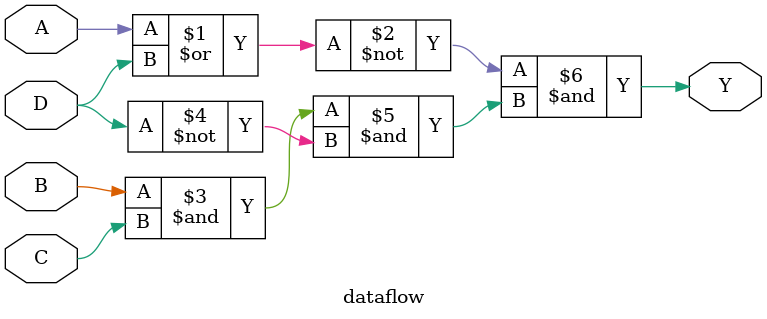
<source format=v>
`timescale 10ns / 1ns

module dataflow(Y, A, B, C, D);

output Y;
input A, B, C, D;

assign Y = (~(A | D)) & (B & C & (~D));

endmodule
</source>
